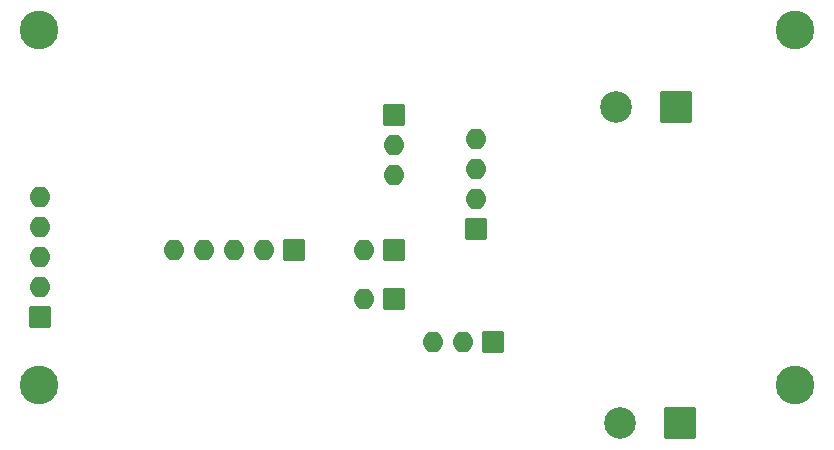
<source format=gbs>
G04 #@! TF.GenerationSoftware,KiCad,Pcbnew,8.0.4*
G04 #@! TF.CreationDate,2024-08-24T09:35:19+02:00*
G04 #@! TF.ProjectId,letitrain,6c657469-7472-4616-996e-2e6b69636164,rev?*
G04 #@! TF.SameCoordinates,Original*
G04 #@! TF.FileFunction,Soldermask,Bot*
G04 #@! TF.FilePolarity,Negative*
%FSLAX46Y46*%
G04 Gerber Fmt 4.6, Leading zero omitted, Abs format (unit mm)*
G04 Created by KiCad (PCBNEW 8.0.4) date 2024-08-24 09:35:19*
%MOMM*%
%LPD*%
G01*
G04 APERTURE LIST*
G04 Aperture macros list*
%AMRoundRect*
0 Rectangle with rounded corners*
0 $1 Rounding radius*
0 $2 $3 $4 $5 $6 $7 $8 $9 X,Y pos of 4 corners*
0 Add a 4 corners polygon primitive as box body*
4,1,4,$2,$3,$4,$5,$6,$7,$8,$9,$2,$3,0*
0 Add four circle primitives for the rounded corners*
1,1,$1+$1,$2,$3*
1,1,$1+$1,$4,$5*
1,1,$1+$1,$6,$7*
1,1,$1+$1,$8,$9*
0 Add four rect primitives between the rounded corners*
20,1,$1+$1,$2,$3,$4,$5,0*
20,1,$1+$1,$4,$5,$6,$7,0*
20,1,$1+$1,$6,$7,$8,$9,0*
20,1,$1+$1,$8,$9,$2,$3,0*%
G04 Aperture macros list end*
%ADD10RoundRect,0.038000X1.300000X1.300000X-1.300000X1.300000X-1.300000X-1.300000X1.300000X-1.300000X0*%
%ADD11C,2.676000*%
%ADD12RoundRect,0.038000X-0.850000X0.850000X-0.850000X-0.850000X0.850000X-0.850000X0.850000X0.850000X0*%
%ADD13O,1.776000X1.776000*%
%ADD14C,3.276000*%
%ADD15RoundRect,0.038000X-0.850000X-0.850000X0.850000X-0.850000X0.850000X0.850000X-0.850000X0.850000X0*%
%ADD16RoundRect,0.038000X0.850000X0.850000X-0.850000X0.850000X-0.850000X-0.850000X0.850000X-0.850000X0*%
G04 APERTURE END LIST*
D10*
X88880000Y-48500000D03*
D11*
X83800000Y-48500000D03*
D12*
X65010000Y-64800000D03*
D13*
X62470000Y-64800000D03*
D14*
X35000000Y-72000000D03*
D15*
X65000000Y-49160000D03*
D13*
X65000000Y-51700000D03*
X65000000Y-54240000D03*
D14*
X99000000Y-42000000D03*
D12*
X56600000Y-60640000D03*
D13*
X54060000Y-60640000D03*
X51520000Y-60640000D03*
X48980000Y-60640000D03*
X46440000Y-60640000D03*
D16*
X72000000Y-58800000D03*
D13*
X72000000Y-56260000D03*
X72000000Y-53720000D03*
X72000000Y-51180000D03*
D10*
X89250000Y-75300000D03*
D11*
X84170000Y-75300000D03*
D14*
X35000000Y-42000000D03*
D16*
X35050000Y-66300000D03*
D13*
X35050000Y-63760000D03*
X35050000Y-61220000D03*
X35050000Y-58680000D03*
X35050000Y-56140000D03*
D14*
X99000000Y-72000000D03*
D12*
X65010000Y-60600000D03*
D13*
X62470000Y-60600000D03*
D12*
X73400000Y-68400000D03*
D13*
X70860000Y-68400000D03*
X68320000Y-68400000D03*
M02*

</source>
